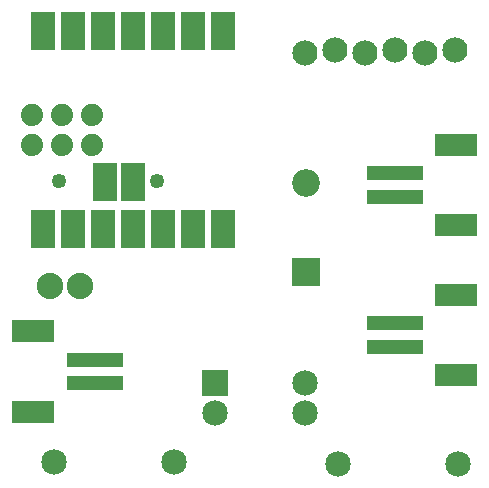
<source format=gts>
G04 MADE WITH FRITZING*
G04 WWW.FRITZING.ORG*
G04 DOUBLE SIDED*
G04 HOLES PLATED*
G04 CONTOUR ON CENTER OF CONTOUR VECTOR*
%FSLAX26Y26*%
%MOIN*%
%ADD10C,0.092000*%
%ADD11C,0.088000*%
%ADD12C,0.049370*%
%ADD13C,0.084000*%
%ADD14C,0.085000*%
%ADD15C,0.074000*%
%ADD16R,0.092000X0.092000*%
%ADD17R,0.191102X0.049370*%
%ADD18R,0.143858X0.072992*%
%ADD19R,0.085000X0.085000*%
%ADD20R,0.080247X0.131256*%
%ADD21R,0.080000X0.131256*%
%G04MASK1*%
%FSLAX26Y26*%
%MOIN*%
D10*
X1059030Y777606D03*
X1059030Y1075606D03*
D11*
X204380Y730520D03*
X304380Y730520D03*
D12*
X234370Y1080343D03*
X563999Y1079140D03*
D13*
X1554720Y1516210D03*
X1454720Y1506210D03*
X1354720Y1516210D03*
X1254720Y1506210D03*
X1154720Y1516210D03*
X1054720Y1506210D03*
X1554720Y1516210D03*
X1454720Y1506210D03*
X1354720Y1516210D03*
X1254720Y1506210D03*
X1154720Y1516210D03*
X1054720Y1506210D03*
D14*
X754721Y406210D03*
X1054720Y406210D03*
X754721Y306210D03*
X1054720Y306210D03*
D15*
X144345Y1299268D03*
X244637Y1299268D03*
X344637Y1299290D03*
X144637Y1199290D03*
X244637Y1199290D03*
X344637Y1199290D03*
D14*
X618882Y143890D03*
X218882Y143890D03*
X1564700Y138590D03*
X1164700Y138590D03*
D16*
X1059030Y776606D03*
D17*
X1354731Y606205D03*
X1354731Y527465D03*
D18*
X1559449Y700698D03*
X1559449Y432984D03*
D17*
X354718Y406215D03*
X354718Y484955D03*
D18*
X149994Y311724D03*
X149994Y579444D03*
D17*
X1354731Y1106210D03*
X1354731Y1027469D03*
D18*
X1559449Y1200698D03*
X1559449Y932981D03*
D19*
X754721Y406210D03*
D20*
X389947Y1076655D03*
X481252Y1076655D03*
X183429Y919105D03*
X283761Y919105D03*
X383761Y919105D03*
X483761Y919105D03*
X583761Y919105D03*
X683761Y919105D03*
X783761Y919105D03*
D21*
X783637Y1579662D03*
X683637Y1579662D03*
X583637Y1579662D03*
X483637Y1579662D03*
X383637Y1579662D03*
X283637Y1579662D03*
X183637Y1579662D03*
G04 End of Mask1*
M02*
</source>
